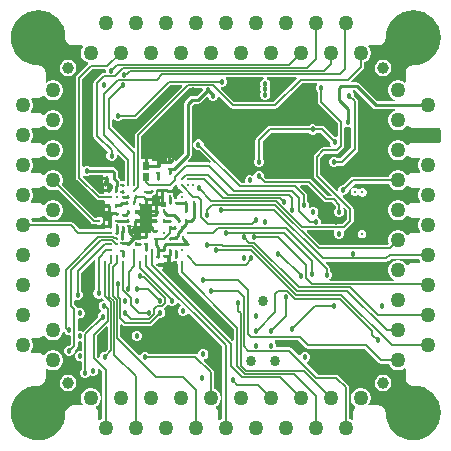
<source format=gbl>
G04*
G04 #@! TF.GenerationSoftware,Altium Limited,Altium Designer,23.0.1 (38)*
G04*
G04 Layer_Physical_Order=4*
G04 Layer_Color=11436288*
%FSLAX25Y25*%
%MOIN*%
G70*
G04*
G04 #@! TF.SameCoordinates,25558F71-17A0-4451-AE4F-E46AD001AD8B*
G04*
G04*
G04 #@! TF.FilePolarity,Positive*
G04*
G01*
G75*
%ADD10C,0.01000*%
%ADD13C,0.00800*%
%ADD15C,0.00500*%
%ADD16C,0.00700*%
%ADD30C,0.01200*%
%ADD31R,0.00984X0.01378*%
%ADD45R,0.01968X0.02559*%
%ADD79C,0.03937*%
%ADD84C,0.00500*%
%ADD85C,0.03400*%
%ADD86C,0.05000*%
%ADD87C,0.17000*%
%ADD88C,0.01800*%
%ADD90R,0.01378X0.00984*%
G36*
X136784Y143968D02*
X138499Y143448D01*
X140080Y142603D01*
X141466Y141466D01*
X142603Y140080D01*
X143448Y138499D01*
X143968Y136784D01*
X144144Y135000D01*
X143968Y133216D01*
X143448Y131501D01*
X142603Y129920D01*
X141466Y128534D01*
X140080Y127397D01*
X138499Y126552D01*
X136784Y126032D01*
X135497Y125905D01*
X135000Y125898D01*
Y125898D01*
X134044Y125708D01*
X133234Y125166D01*
X132692Y124356D01*
X132502Y123400D01*
X132533D01*
Y120287D01*
X132071Y120096D01*
X132026Y120141D01*
X131274Y120575D01*
X130434Y120800D01*
X129566D01*
X128726Y120575D01*
X127974Y120141D01*
X127359Y119526D01*
X126925Y118774D01*
X126700Y117934D01*
Y117066D01*
X126925Y116226D01*
X127359Y115474D01*
X127974Y114859D01*
X128726Y114425D01*
X129097Y114325D01*
X129032Y113826D01*
X123049D01*
X117144Y119731D01*
X116714Y120018D01*
X116207Y120119D01*
X114493D01*
X114286Y120619D01*
X118257Y124590D01*
X118257Y124590D01*
X118489Y124937D01*
X118571Y125347D01*
Y126871D01*
X118774Y126925D01*
X119526Y127359D01*
X120141Y127974D01*
X120575Y128726D01*
X120800Y129566D01*
Y130434D01*
X120575Y131274D01*
X120141Y132026D01*
X120096Y132071D01*
X120287Y132533D01*
X123400D01*
Y132502D01*
X124356Y132692D01*
X125166Y133234D01*
X125708Y134044D01*
X125898Y135000D01*
X125898D01*
X125905Y135497D01*
X126032Y136784D01*
X126552Y138499D01*
X127397Y140080D01*
X128534Y141466D01*
X129920Y142603D01*
X131501Y143448D01*
X133216Y143968D01*
X135000Y144144D01*
X136784Y143968D01*
D02*
G37*
G36*
X96173Y121315D02*
X88404Y113546D01*
X75411D01*
X70890Y118068D01*
X71097Y118568D01*
X71487D01*
X72112Y118827D01*
X72590Y119305D01*
X72849Y119930D01*
Y120606D01*
X72590Y121231D01*
X72544Y121277D01*
X72751Y121777D01*
X85091D01*
X85190Y121277D01*
X84704Y121076D01*
X84226Y120598D01*
X83967Y119973D01*
Y119297D01*
X84182Y118778D01*
X83928Y118164D01*
Y117488D01*
X84187Y116863D01*
X84206Y116844D01*
X83998Y116341D01*
Y115665D01*
X84257Y115040D01*
X84735Y114561D01*
X85360Y114303D01*
X86036D01*
X86661Y114561D01*
X87139Y115040D01*
X87398Y115665D01*
Y116341D01*
X87139Y116966D01*
X87120Y116985D01*
X87328Y117488D01*
Y118164D01*
X87113Y118684D01*
X87367Y119297D01*
Y119973D01*
X87108Y120598D01*
X86630Y121076D01*
X86145Y121277D01*
X86244Y121777D01*
X95982D01*
X96173Y121315D01*
D02*
G37*
G36*
X11784Y143968D02*
X13499Y143448D01*
X15080Y142603D01*
X16466Y141466D01*
X17603Y140080D01*
X18448Y138499D01*
X18968Y136784D01*
X19095Y135497D01*
X19102Y135000D01*
X19102D01*
X19292Y134044D01*
X19834Y133234D01*
X20644Y132692D01*
X21600Y132502D01*
Y132533D01*
X24713D01*
X24904Y132071D01*
X24859Y132026D01*
X24425Y131274D01*
X24200Y130434D01*
Y129566D01*
X24425Y128726D01*
X24859Y127974D01*
X25474Y127359D01*
X26226Y126925D01*
X26631Y126816D01*
X26717Y126630D01*
X26752Y126266D01*
X22926Y122440D01*
X22694Y122093D01*
X22613Y121683D01*
Y88409D01*
X22694Y88000D01*
X22926Y87652D01*
X29447Y81132D01*
X29447Y81132D01*
X29794Y80900D01*
X30204Y80818D01*
X31762D01*
X32208Y80689D01*
Y79500D01*
X33700D01*
Y79000D01*
X34200D01*
Y77311D01*
X34419D01*
Y76900D01*
X36108D01*
Y75900D01*
X34419D01*
Y74908D01*
X34619D01*
Y73804D01*
X34300D01*
Y72115D01*
X33800D01*
Y71615D01*
X32307D01*
Y71134D01*
X23785D01*
X21709Y73209D01*
X21362Y73441D01*
X20952Y73523D01*
X8142D01*
X8075Y73774D01*
X7641Y74526D01*
X7596Y74571D01*
X7787Y75033D01*
X10000D01*
Y75002D01*
X10956Y75192D01*
X11669Y75669D01*
X12252Y75660D01*
X12359Y75474D01*
X12974Y74859D01*
X13726Y74425D01*
X14566Y74200D01*
X15435D01*
X16274Y74425D01*
X17026Y74859D01*
X17641Y75474D01*
X18075Y76226D01*
X18300Y77065D01*
Y77934D01*
X18075Y78774D01*
X17641Y79526D01*
X17026Y80141D01*
X16274Y80575D01*
X15435Y80800D01*
X14566D01*
X13726Y80575D01*
X12974Y80141D01*
X12359Y79526D01*
X12252Y79340D01*
X11669Y79331D01*
X10956Y79808D01*
X10000Y79998D01*
Y79967D01*
X7787D01*
X7596Y80429D01*
X7641Y80474D01*
X8075Y81226D01*
X8300Y82065D01*
Y82934D01*
X8075Y83774D01*
X7641Y84526D01*
X7596Y84571D01*
X7787Y85033D01*
X10000D01*
Y85002D01*
X10956Y85192D01*
X11669Y85669D01*
X12252Y85659D01*
X12359Y85474D01*
X12974Y84859D01*
X13726Y84425D01*
X14566Y84200D01*
X15435D01*
X16274Y84425D01*
X16456Y84530D01*
X27743Y73243D01*
X28090Y73011D01*
X28500Y72929D01*
X29343D01*
X29459Y72813D01*
X29974Y72600D01*
X30531D01*
X31045Y72813D01*
X31439Y73207D01*
X31652Y73721D01*
Y74278D01*
X31439Y74793D01*
X31045Y75187D01*
X30531Y75400D01*
X29974D01*
X29459Y75187D01*
X29343Y75071D01*
X28943D01*
X17970Y86044D01*
X18075Y86226D01*
X18300Y87066D01*
Y87934D01*
X18075Y88774D01*
X17641Y89526D01*
X17026Y90141D01*
X16274Y90575D01*
X15435Y90800D01*
X14566D01*
X13726Y90575D01*
X12974Y90141D01*
X12359Y89526D01*
X12252Y89341D01*
X11669Y89331D01*
X10956Y89808D01*
X10000Y89998D01*
Y89967D01*
X7787D01*
X7596Y90429D01*
X7641Y90474D01*
X8075Y91226D01*
X8300Y92066D01*
Y92935D01*
X8075Y93774D01*
X7641Y94526D01*
X7596Y94571D01*
X7787Y95033D01*
X10000D01*
Y95002D01*
X10956Y95192D01*
X11669Y95669D01*
X12252Y95660D01*
X12359Y95474D01*
X12974Y94859D01*
X13726Y94425D01*
X14566Y94200D01*
X15435D01*
X16274Y94425D01*
X17026Y94859D01*
X17641Y95474D01*
X18075Y96226D01*
X18300Y97066D01*
Y97935D01*
X18075Y98774D01*
X17641Y99526D01*
X17026Y100141D01*
X16274Y100575D01*
X15435Y100800D01*
X14566D01*
X13726Y100575D01*
X12974Y100141D01*
X12359Y99526D01*
X12252Y99340D01*
X11669Y99331D01*
X10956Y99808D01*
X10000Y99998D01*
Y99967D01*
X7787D01*
X7596Y100429D01*
X7641Y100474D01*
X8075Y101226D01*
X8300Y102066D01*
Y102934D01*
X8075Y103774D01*
X7641Y104526D01*
X7596Y104571D01*
X7787Y105033D01*
X10000D01*
Y105002D01*
X10956Y105192D01*
X11669Y105669D01*
X12252Y105659D01*
X12359Y105474D01*
X12974Y104859D01*
X13726Y104425D01*
X14566Y104200D01*
X15435D01*
X16274Y104425D01*
X17026Y104859D01*
X17641Y105474D01*
X18075Y106226D01*
X18300Y107066D01*
Y107934D01*
X18075Y108774D01*
X17641Y109526D01*
X17026Y110141D01*
X16274Y110575D01*
X15435Y110800D01*
X14566D01*
X13726Y110575D01*
X12974Y110141D01*
X12359Y109526D01*
X12252Y109341D01*
X11669Y109331D01*
X10956Y109808D01*
X10000Y109998D01*
Y109967D01*
X7787D01*
X7596Y110429D01*
X7641Y110474D01*
X8075Y111226D01*
X8300Y112066D01*
Y112934D01*
X8075Y113774D01*
X7641Y114526D01*
X7596Y114571D01*
X7787Y115033D01*
X10000D01*
Y115002D01*
X10956Y115192D01*
X11669Y115669D01*
X12252Y115659D01*
X12359Y115474D01*
X12974Y114859D01*
X13726Y114425D01*
X14566Y114200D01*
X15435D01*
X16274Y114425D01*
X17026Y114859D01*
X17641Y115474D01*
X18075Y116226D01*
X18300Y117066D01*
Y117934D01*
X18075Y118774D01*
X17641Y119526D01*
X17026Y120141D01*
X16274Y120575D01*
X15435Y120800D01*
X14566D01*
X13726Y120575D01*
X12974Y120141D01*
X12929Y120096D01*
X12467Y120287D01*
Y123400D01*
X12498D01*
X12308Y124356D01*
X11766Y125166D01*
X10956Y125708D01*
X10000Y125898D01*
Y125898D01*
X9503Y125905D01*
X8216Y126032D01*
X6501Y126552D01*
X4920Y127397D01*
X3534Y128534D01*
X2397Y129920D01*
X1552Y131501D01*
X1032Y133216D01*
X856Y135000D01*
X1032Y136784D01*
X1552Y138499D01*
X2397Y140080D01*
X3534Y141466D01*
X4920Y142603D01*
X6501Y143448D01*
X8216Y143968D01*
X10000Y144144D01*
X11784Y143968D01*
D02*
G37*
G36*
X103039Y119529D02*
X102786Y119276D01*
X102527Y118651D01*
Y117975D01*
X102786Y117350D01*
X103156Y116980D01*
Y113554D01*
X103238Y113144D01*
X103470Y112797D01*
X109929Y106337D01*
Y102240D01*
X109429Y101906D01*
X109169Y102014D01*
X108861D01*
X105550Y105325D01*
X105153Y105590D01*
X104685Y105684D01*
X102628D01*
X102411Y105901D01*
X101786Y106160D01*
X101110D01*
X100485Y105901D01*
X100267Y105684D01*
X87162D01*
X86693Y105590D01*
X86296Y105325D01*
X82735Y101763D01*
X82470Y101367D01*
X82376Y100898D01*
Y94810D01*
X82159Y94593D01*
X81900Y93968D01*
Y93292D01*
X82159Y92667D01*
X82637Y92189D01*
X83262Y91930D01*
X83938D01*
X84563Y92189D01*
X85041Y92667D01*
X85300Y93292D01*
Y93968D01*
X85041Y94593D01*
X84824Y94810D01*
Y100392D01*
X87668Y103236D01*
X100267D01*
X100485Y103019D01*
X101110Y102760D01*
X101786D01*
X102411Y103019D01*
X102628Y103236D01*
X104178D01*
X107131Y100283D01*
Y99975D01*
X107390Y99351D01*
X107731Y99009D01*
X107538Y98509D01*
X105049D01*
X105049Y98509D01*
X104639Y98428D01*
X104292Y98196D01*
X104292Y98195D01*
X102260Y96163D01*
X102027Y95816D01*
X101946Y95406D01*
Y89042D01*
X102027Y88632D01*
X102260Y88284D01*
X107804Y82740D01*
X107612Y82278D01*
X106533D01*
X101154Y87657D01*
X100807Y87889D01*
X100397Y87971D01*
X86003D01*
X85334Y88640D01*
Y89164D01*
X85075Y89789D01*
X84597Y90267D01*
X83972Y90526D01*
X83296D01*
X82671Y90267D01*
X82193Y89789D01*
X81934Y89164D01*
Y89160D01*
X81434Y88936D01*
X80930Y89145D01*
X80253D01*
X79628Y88886D01*
X79150Y88408D01*
X78891Y87783D01*
Y87107D01*
X78921Y87035D01*
X78644Y86619D01*
X77738D01*
X65137Y99221D01*
Y99745D01*
X64878Y100369D01*
X64400Y100848D01*
X63775Y101107D01*
X63099D01*
X62474Y100848D01*
X61996Y100369D01*
X61737Y99745D01*
Y99068D01*
X61996Y98444D01*
X62474Y97965D01*
X63099Y97707D01*
X63623D01*
X67489Y93840D01*
X67417Y93686D01*
X67194Y93427D01*
X66838Y93498D01*
X60012D01*
X59805Y93998D01*
X60717Y94910D01*
X61004Y95340D01*
X61105Y95847D01*
Y112231D01*
X61904Y113029D01*
X63335D01*
X63842Y113130D01*
X64272Y113417D01*
X66100Y115246D01*
X66671Y115110D01*
X66821Y114748D01*
X67299Y114270D01*
X67924Y114011D01*
X68600D01*
X69225Y114270D01*
X69703Y114748D01*
X69929Y115294D01*
X70424Y115506D01*
X74211Y111719D01*
X74558Y111486D01*
X74968Y111405D01*
X88848D01*
X89257Y111486D01*
X89605Y111719D01*
X97916Y120029D01*
X102832D01*
X103039Y119529D01*
D02*
G37*
G36*
X57984Y118765D02*
X42609Y103391D01*
X42377Y103044D01*
X42296Y102634D01*
Y98544D01*
X41834Y98353D01*
X34771Y105416D01*
Y107771D01*
X34977Y107873D01*
X35271Y107924D01*
X35687Y107508D01*
X36312Y107249D01*
X36988D01*
X37613Y107508D01*
X37983Y107879D01*
X42338D01*
X42747Y107960D01*
X43095Y108193D01*
X54130Y119228D01*
X57792D01*
X57984Y118765D01*
D02*
G37*
G36*
X121563Y111563D02*
X121993Y111275D01*
X122500Y111174D01*
X129032D01*
X129097Y110675D01*
X128726Y110575D01*
X127974Y110141D01*
X127359Y109526D01*
X126925Y108774D01*
X126700Y107934D01*
Y107066D01*
X126925Y106226D01*
X127359Y105474D01*
X127974Y104859D01*
X128726Y104425D01*
X129566Y104200D01*
X130434D01*
X131274Y104425D01*
X132026Y104859D01*
X132641Y105474D01*
X132748Y105659D01*
X133331Y105669D01*
X134044Y105192D01*
X135000Y105002D01*
Y105033D01*
X143400D01*
Y105014D01*
X143673Y104959D01*
X143905Y104805D01*
X144059Y104573D01*
X144114Y104300D01*
X144133D01*
Y100700D01*
X144114D01*
X144059Y100427D01*
X143905Y100195D01*
X143673Y100041D01*
X143400Y99986D01*
Y99967D01*
X135000D01*
Y99998D01*
X134044Y99808D01*
X133331Y99331D01*
X132748Y99340D01*
X132641Y99526D01*
X132026Y100141D01*
X131274Y100575D01*
X130434Y100800D01*
X129566D01*
X128726Y100575D01*
X127974Y100141D01*
X127359Y99526D01*
X126925Y98774D01*
X126700Y97935D01*
Y97066D01*
X126925Y96226D01*
X127359Y95474D01*
X127974Y94859D01*
X128726Y94425D01*
X129566Y94200D01*
X130434D01*
X131274Y94425D01*
X132026Y94859D01*
X132641Y95474D01*
X132748Y95660D01*
X133331Y95669D01*
X134044Y95192D01*
X135000Y95002D01*
Y95033D01*
X137213D01*
X137405Y94571D01*
X137359Y94526D01*
X136925Y93774D01*
X136700Y92935D01*
Y92066D01*
X136925Y91226D01*
X137359Y90474D01*
X137405Y90429D01*
X137213Y89967D01*
X135000D01*
Y89998D01*
X134044Y89808D01*
X133331Y89331D01*
X132748Y89341D01*
X132641Y89526D01*
X132026Y90141D01*
X131274Y90575D01*
X130434Y90800D01*
X129566D01*
X128726Y90575D01*
X127974Y90141D01*
X127359Y89526D01*
X126925Y88774D01*
X126911Y88723D01*
X114950D01*
X114482Y88630D01*
X114085Y88365D01*
X111722Y86002D01*
X111414D01*
X110789Y85743D01*
X110311Y85265D01*
X110052Y84640D01*
Y84227D01*
X109552Y84020D01*
X104087Y89485D01*
Y94963D01*
X105492Y96368D01*
X109539D01*
X109948Y96450D01*
X110296Y96681D01*
X111757Y98143D01*
X111989Y98490D01*
X112071Y98900D01*
Y104961D01*
X112571Y105264D01*
X112939Y105111D01*
X113616D01*
X113777Y105178D01*
X114277Y104844D01*
Y98407D01*
X110648Y94778D01*
X109913D01*
X109696Y94996D01*
X109071Y95254D01*
X108395D01*
X107770Y94996D01*
X107291Y94517D01*
X107033Y93893D01*
Y93216D01*
X107291Y92592D01*
X107770Y92113D01*
X108395Y91855D01*
X109071D01*
X109696Y92113D01*
X109913Y92331D01*
X111154D01*
X111623Y92424D01*
X112020Y92689D01*
X116365Y97035D01*
X116630Y97432D01*
X116724Y97900D01*
Y113878D01*
X116630Y114346D01*
X116365Y114743D01*
X115367Y115742D01*
Y116050D01*
X115108Y116674D01*
X114814Y116968D01*
X115021Y117468D01*
X115657D01*
X121563Y111563D01*
D02*
G37*
G36*
X64802Y117697D02*
X62785Y115680D01*
X61355D01*
X60848Y115579D01*
X60417Y115292D01*
X58842Y113717D01*
X58555Y113287D01*
X58454Y112779D01*
Y96396D01*
X55951Y93893D01*
X55489Y94085D01*
Y95098D01*
X54300D01*
Y93606D01*
X53300D01*
Y95098D01*
X52111D01*
Y93894D01*
X51646Y93810D01*
Y93810D01*
X50457D01*
Y92318D01*
X49457D01*
Y93810D01*
X48268D01*
X47984Y94193D01*
Y94685D01*
X46500D01*
Y92406D01*
X45500D01*
Y94685D01*
X44437D01*
Y102191D01*
X60443Y118197D01*
X64618D01*
X64802Y117697D01*
D02*
G37*
G36*
X31497Y88673D02*
X32989D01*
Y88173D01*
X33489D01*
Y86484D01*
X34361D01*
X34666Y86075D01*
X34532Y85689D01*
X34041D01*
Y84000D01*
X33541D01*
Y83500D01*
X32049D01*
Y82960D01*
X30647D01*
X24984Y88623D01*
X25019Y88804D01*
X25089Y88874D01*
X25579Y89071D01*
X25998Y88898D01*
X26674D01*
X27299Y89157D01*
X27415Y89272D01*
X31497D01*
Y88673D01*
D02*
G37*
G36*
X32451Y124286D02*
Y123610D01*
X32289Y123369D01*
X31838D01*
X31428Y123287D01*
X31081Y123055D01*
X28730Y120705D01*
X28498Y120358D01*
X28417Y119948D01*
Y102398D01*
X28498Y101989D01*
X28730Y101641D01*
X33367Y97005D01*
X33006Y96644D01*
X32747Y96019D01*
Y95343D01*
X33006Y94718D01*
X33484Y94240D01*
X34109Y93981D01*
X34785D01*
X35410Y94240D01*
X35888Y94718D01*
X36147Y95343D01*
Y96019D01*
X36114Y96099D01*
X36538Y96382D01*
X39024Y93896D01*
Y87264D01*
X38279D01*
X38071Y87305D01*
X37918Y87274D01*
X37419Y87392D01*
X37344Y87769D01*
X37056Y88199D01*
X36714Y88541D01*
Y90012D01*
X36614Y90519D01*
X36326Y90949D01*
X35740Y91535D01*
X35310Y91822D01*
X34803Y91923D01*
X27415D01*
X27299Y92039D01*
X26674Y92298D01*
X25998D01*
X25373Y92039D01*
X25254Y91920D01*
X24754Y92127D01*
Y121240D01*
X28043Y124529D01*
X32288D01*
X32451Y124286D01*
D02*
G37*
G36*
X56104Y86181D02*
X56411Y85983D01*
Y85532D01*
X56624Y85018D01*
X57018Y84624D01*
X57533Y84411D01*
X57697D01*
X58437Y83671D01*
X58153Y83248D01*
X58090Y83274D01*
X57533D01*
X57018Y83061D01*
X56624Y82667D01*
X56411Y82152D01*
Y81727D01*
X56239Y81477D01*
X55990Y81305D01*
X55564D01*
X55541Y81296D01*
X55125Y81574D01*
Y81900D01*
X55092Y82068D01*
Y83389D01*
X52892D01*
Y83589D01*
X51900D01*
Y81900D01*
Y80211D01*
X52012D01*
X52474Y80184D01*
Y79627D01*
X52656Y79189D01*
X52535Y78886D01*
X52403Y78689D01*
X50992D01*
Y78889D01*
X50000D01*
Y77200D01*
X49500D01*
Y76700D01*
X48008D01*
Y75789D01*
X47908D01*
Y74600D01*
X49400D01*
Y73600D01*
X47908D01*
Y72411D01*
X47908D01*
X47771Y71968D01*
X47559D01*
Y70018D01*
X46500D01*
Y68526D01*
X46000D01*
Y68026D01*
X44311D01*
Y67527D01*
X44310Y67526D01*
X43792D01*
Y67689D01*
X41592D01*
Y67889D01*
X40293D01*
X40279Y67911D01*
X40553Y68411D01*
X41992D01*
Y69600D01*
X40500D01*
Y70100D01*
X40000D01*
Y71789D01*
X39526D01*
Y72310D01*
X39727Y72611D01*
X41008D01*
Y72411D01*
X42000D01*
Y74100D01*
X42500D01*
Y74600D01*
X43992D01*
Y75411D01*
Y76600D01*
X42500D01*
Y77600D01*
X43992D01*
Y78789D01*
X43592D01*
Y79968D01*
X43658Y80035D01*
X43911Y80189D01*
X44411Y79953D01*
Y79708D01*
X45600D01*
Y81200D01*
X46100D01*
Y81700D01*
X47789D01*
Y82318D01*
X48036Y82368D01*
X48148Y82442D01*
X48247D01*
X48761Y82656D01*
X49155Y83049D01*
X49369Y83564D01*
Y84121D01*
X49361Y84139D01*
X49695Y84639D01*
X53067D01*
X53081Y84624D01*
X53596Y84411D01*
X54153D01*
X54667Y84624D01*
X55061Y85018D01*
X55274Y85532D01*
Y85553D01*
X55949Y86228D01*
X56104Y86181D01*
D02*
G37*
G36*
X126925Y86226D02*
X127359Y85474D01*
X127974Y84859D01*
X128726Y84425D01*
X129566Y84200D01*
X130434D01*
X131274Y84425D01*
X132026Y84859D01*
X132641Y85474D01*
X132748Y85659D01*
X133331Y85669D01*
X134044Y85192D01*
X135000Y85002D01*
Y85033D01*
X137213D01*
X137405Y84571D01*
X137359Y84526D01*
X136925Y83774D01*
X136700Y82934D01*
Y82065D01*
X136925Y81226D01*
X137359Y80474D01*
X137405Y80429D01*
X137213Y79967D01*
X135000D01*
Y79998D01*
X134044Y79808D01*
X133331Y79331D01*
X132748Y79340D01*
X132641Y79526D01*
X132026Y80141D01*
X131274Y80575D01*
X130434Y80800D01*
X129566D01*
X128726Y80575D01*
X127974Y80141D01*
X127359Y79526D01*
X126925Y78774D01*
X126700Y77934D01*
Y77065D01*
X126925Y76226D01*
X127359Y75474D01*
X127974Y74859D01*
X128726Y74425D01*
X129566Y74200D01*
X130434D01*
X131274Y74425D01*
X132026Y74859D01*
X132641Y75474D01*
X132748Y75660D01*
X133331Y75669D01*
X134044Y75192D01*
X135000Y75002D01*
Y75033D01*
X137213D01*
X137405Y74571D01*
X137359Y74526D01*
X136925Y73774D01*
X136700Y72935D01*
Y72066D01*
X136925Y71226D01*
X137359Y70474D01*
X137405Y70429D01*
X137213Y69967D01*
X135000D01*
Y69998D01*
X134044Y69808D01*
X133331Y69331D01*
X132748Y69340D01*
X132641Y69526D01*
X132026Y70141D01*
X131274Y70575D01*
X130434Y70800D01*
X129566D01*
X128726Y70575D01*
X127974Y70141D01*
X127359Y69526D01*
X126925Y68774D01*
X126700Y67935D01*
Y67066D01*
X126859Y66471D01*
X126566Y66013D01*
X126495Y65971D01*
X103891D01*
X99502Y70359D01*
X99694Y70821D01*
X108466D01*
X108764Y70321D01*
X108607Y69943D01*
Y69267D01*
X108866Y68642D01*
X109344Y68164D01*
X109969Y67905D01*
X110646D01*
X111270Y68164D01*
X111749Y68642D01*
X112007Y69267D01*
Y69943D01*
X111851Y70321D01*
X111903Y70506D01*
X112117Y70837D01*
X112132Y70849D01*
X112403Y70903D01*
X112750Y71135D01*
X114858Y73243D01*
X114858Y73243D01*
X115090Y73590D01*
X115172Y74000D01*
X115172Y74000D01*
Y77957D01*
X115090Y78367D01*
X114858Y78714D01*
X111470Y82102D01*
X111677Y82602D01*
X112090D01*
X112715Y82861D01*
X113193Y83339D01*
X113452Y83964D01*
Y84272D01*
X115457Y86277D01*
X126911D01*
X126925Y86226D01*
D02*
G37*
G36*
X105332Y80451D02*
X105680Y80219D01*
X106089Y80137D01*
X106089Y80137D01*
X108073D01*
X109310Y78901D01*
Y78267D01*
X108939Y77896D01*
X108680Y77272D01*
Y76595D01*
X108939Y75971D01*
X109417Y75492D01*
X110042Y75234D01*
X110718D01*
X111343Y75492D01*
X111821Y75971D01*
X112080Y76595D01*
Y77272D01*
X111821Y77896D01*
X111711Y78007D01*
X111731Y78106D01*
X112274Y78271D01*
X113031Y77513D01*
Y74443D01*
X111550Y72962D01*
X104425D01*
X104200Y73299D01*
Y73975D01*
X103941Y74600D01*
X103463Y75078D01*
X103111Y75224D01*
X102979Y75799D01*
X103151Y75971D01*
X103410Y76595D01*
Y77272D01*
X103151Y77896D01*
X102673Y78375D01*
X102048Y78633D01*
X101372D01*
X100747Y78375D01*
X100599Y78227D01*
X100175Y78510D01*
X100331Y78887D01*
Y79563D01*
X100072Y80188D01*
X99702Y80559D01*
Y82606D01*
X99620Y83015D01*
X99388Y83363D01*
X99388Y83363D01*
X97383Y85368D01*
X97575Y85829D01*
X99954D01*
X105332Y80451D01*
D02*
G37*
G36*
X136925Y61226D02*
X137359Y60474D01*
X137405Y60429D01*
X137213Y59967D01*
X135000D01*
Y59998D01*
X134044Y59808D01*
X133331Y59331D01*
X132748Y59341D01*
X132641Y59526D01*
X132026Y60141D01*
X131274Y60575D01*
X130434Y60800D01*
X129566D01*
X128726Y60575D01*
X127974Y60141D01*
X127359Y59526D01*
X126925Y58774D01*
X126700Y57934D01*
Y57065D01*
X126925Y56226D01*
X127359Y55474D01*
X127974Y54859D01*
X128726Y54425D01*
X128613Y53938D01*
X107163D01*
X107064Y54438D01*
X107235Y54508D01*
X107713Y54987D01*
X107972Y55611D01*
Y56288D01*
X107713Y56913D01*
X107343Y57283D01*
Y57912D01*
X107261Y58322D01*
X107029Y58669D01*
X105781Y59917D01*
X105972Y60379D01*
X126074D01*
X126484Y60461D01*
X126831Y60693D01*
X127568Y61429D01*
X136871D01*
X136925Y61226D01*
D02*
G37*
G36*
X29048Y60880D02*
Y51133D01*
X28677Y50762D01*
X28418Y50137D01*
Y49461D01*
X28677Y48836D01*
X29155Y48358D01*
X29780Y48099D01*
X30456D01*
X31081Y48358D01*
X31464Y48079D01*
X31842Y47700D01*
X31635Y47200D01*
X31503D01*
X30878Y46941D01*
X30400Y46463D01*
X30141Y45838D01*
Y45162D01*
X30400Y44537D01*
X30817Y44120D01*
X30821Y43787D01*
X30774Y43561D01*
X30525Y43457D01*
X30046Y42979D01*
X29788Y42354D01*
Y41830D01*
X24937Y36980D01*
X24913Y37004D01*
X24288Y37263D01*
X23612D01*
X23572Y37246D01*
X23156Y37524D01*
Y41187D01*
X23572Y41465D01*
X23633Y41439D01*
X24310D01*
X24935Y41698D01*
X25413Y42176D01*
X25672Y42801D01*
Y43477D01*
X25413Y44102D01*
X24935Y44580D01*
X24310Y44839D01*
X23633D01*
X23518Y44791D01*
X23077Y45027D01*
X23074Y45043D01*
X22842Y45391D01*
X22071Y46162D01*
Y47411D01*
X22571Y47745D01*
X22796Y47651D01*
X23472D01*
X24097Y47910D01*
X24575Y48388D01*
X24834Y49013D01*
Y49689D01*
X24575Y50314D01*
X24205Y50685D01*
Y56691D01*
X28585Y61071D01*
X29048Y60880D01*
D02*
G37*
G36*
X57518Y45934D02*
X57429Y45469D01*
X56952Y44993D01*
X56693Y44368D01*
Y43691D01*
X56952Y43067D01*
X57430Y42588D01*
X58055Y42329D01*
X58731D01*
X59356Y42588D01*
X59834Y43067D01*
X60294Y43158D01*
X71429Y32023D01*
Y8130D01*
X71226Y8075D01*
X70474Y7641D01*
X70429Y7596D01*
X69967Y7787D01*
Y10000D01*
X69998D01*
X69808Y10956D01*
X69331Y11669D01*
X69340Y12252D01*
X69526Y12359D01*
X70141Y12974D01*
X70575Y13726D01*
X70800Y14566D01*
Y15435D01*
X70575Y16274D01*
X70141Y17026D01*
X69526Y17641D01*
X68774Y18075D01*
X68571Y18130D01*
Y23459D01*
X68571Y23459D01*
X68489Y23868D01*
X68257Y24216D01*
X65135Y27338D01*
X65326Y27800D01*
X65338D01*
X65963Y28059D01*
X66441Y28537D01*
X66700Y29162D01*
Y29838D01*
X66441Y30463D01*
X65963Y30941D01*
X65338Y31200D01*
X64662D01*
X64037Y30941D01*
X63559Y30463D01*
X63300Y29838D01*
X62800Y29571D01*
X62759Y29598D01*
X62350Y29680D01*
X46801D01*
X46542Y29939D01*
X45917Y30198D01*
X45241D01*
X44616Y29939D01*
X44138Y29461D01*
X44053Y29256D01*
X43563Y29158D01*
X37334Y35387D01*
Y39403D01*
X37796Y39595D01*
X38247Y39143D01*
X38595Y38911D01*
X39004Y38829D01*
X47224D01*
X47634Y38911D01*
X47981Y39143D01*
X50538Y41700D01*
X51063D01*
X51687Y41959D01*
X52166Y42437D01*
X52424Y43062D01*
Y43738D01*
X52166Y44363D01*
X51962Y44567D01*
X51983Y44785D01*
X53131Y45934D01*
X53139Y45945D01*
X53637Y45994D01*
X53698Y45933D01*
X54323Y45674D01*
X55000D01*
X55624Y45933D01*
X56103Y46411D01*
X56170Y46575D01*
X56760Y46692D01*
X57518Y45934D01*
D02*
G37*
G36*
X18791Y37044D02*
X18987Y36571D01*
X19465Y36093D01*
X20090Y35834D01*
X20766D01*
X21015Y35669D01*
Y32807D01*
X20614Y32407D01*
X20090D01*
X19465Y32148D01*
X18987Y31670D01*
X18728Y31045D01*
Y30369D01*
X18987Y29744D01*
X19465Y29266D01*
X20090Y29007D01*
X20766D01*
X21391Y29266D01*
X21869Y29744D01*
X22128Y30369D01*
Y30893D01*
X22842Y31607D01*
X23074Y31954D01*
X23156Y32364D01*
Y33602D01*
X23572Y33880D01*
X23612Y33863D01*
X24288D01*
X24529Y33702D01*
Y30736D01*
X24288Y30575D01*
X23612D01*
X22987Y30316D01*
X22509Y29838D01*
X22250Y29213D01*
Y28536D01*
X22509Y27912D01*
X22987Y27433D01*
X23612Y27175D01*
X24288D01*
X24529Y27013D01*
Y24634D01*
X24159Y24263D01*
X23900Y23638D01*
Y22962D01*
X24159Y22337D01*
X24637Y21859D01*
X25262Y21600D01*
X25938D01*
X26563Y21859D01*
X27041Y22337D01*
X27060Y22382D01*
X27675Y22560D01*
X28062Y22400D01*
X28738D01*
X29363Y22659D01*
X29841Y23137D01*
X30100Y23762D01*
Y24438D01*
X30088Y24468D01*
X30512Y24751D01*
X31429Y23833D01*
Y8130D01*
X31226Y8075D01*
X30474Y7641D01*
X30429Y7596D01*
X29967Y7787D01*
Y10000D01*
X29998D01*
X29808Y10956D01*
X29331Y11669D01*
X29340Y12252D01*
X29526Y12359D01*
X30141Y12974D01*
X30575Y13726D01*
X30800Y14566D01*
Y15435D01*
X30575Y16274D01*
X30141Y17026D01*
X29526Y17641D01*
X28774Y18075D01*
X27934Y18300D01*
X27066D01*
X26226Y18075D01*
X25474Y17641D01*
X24859Y17026D01*
X24425Y16274D01*
X24200Y15435D01*
Y14566D01*
X24425Y13726D01*
X24859Y12974D01*
X24904Y12929D01*
X24713Y12467D01*
X21600D01*
Y12498D01*
X20644Y12308D01*
X19834Y11766D01*
X19292Y10956D01*
X19102Y10000D01*
X19102D01*
X19095Y9503D01*
X18968Y8216D01*
X18448Y6501D01*
X17603Y4920D01*
X16466Y3534D01*
X15080Y2397D01*
X13499Y1552D01*
X11784Y1032D01*
X10000Y856D01*
X8216Y1032D01*
X6501Y1552D01*
X4920Y2397D01*
X3534Y3534D01*
X2397Y4920D01*
X1552Y6501D01*
X1032Y8216D01*
X856Y10000D01*
X1032Y11784D01*
X1552Y13499D01*
X2397Y15080D01*
X3534Y16466D01*
X4920Y17603D01*
X6501Y18448D01*
X8216Y18968D01*
X9503Y19095D01*
X10000Y19102D01*
Y19102D01*
X10956Y19292D01*
X11766Y19834D01*
X12308Y20644D01*
X12498Y21600D01*
X12467D01*
Y24713D01*
X12929Y24904D01*
X12974Y24859D01*
X13726Y24425D01*
X14566Y24200D01*
X15435D01*
X16274Y24425D01*
X17026Y24859D01*
X17641Y25474D01*
X18075Y26226D01*
X18300Y27066D01*
Y27934D01*
X18075Y28774D01*
X17641Y29526D01*
X17026Y30141D01*
X16274Y30575D01*
X15435Y30800D01*
X14566D01*
X13726Y30575D01*
X12974Y30141D01*
X12359Y29526D01*
X12252Y29340D01*
X11669Y29331D01*
X10956Y29808D01*
X10000Y29998D01*
Y29967D01*
X7787D01*
X7596Y30429D01*
X7641Y30474D01*
X8075Y31226D01*
X8300Y32066D01*
Y32934D01*
X8075Y33774D01*
X7641Y34526D01*
X7596Y34571D01*
X7787Y35033D01*
X10000D01*
Y35002D01*
X10956Y35192D01*
X11669Y35669D01*
X12252Y35660D01*
X12359Y35474D01*
X12974Y34859D01*
X13726Y34425D01*
X14566Y34200D01*
X15435D01*
X16274Y34425D01*
X17026Y34859D01*
X17641Y35474D01*
X18075Y36226D01*
X18277Y36979D01*
X18530Y37056D01*
X18791Y37044D01*
D02*
G37*
G36*
X54060Y60303D02*
X55052D01*
Y60503D01*
X56397D01*
X56399Y60499D01*
Y59942D01*
X56612Y59427D01*
X56729Y59311D01*
Y56901D01*
X56810Y56491D01*
X57042Y56144D01*
X75260Y37926D01*
Y34119D01*
X74760Y33912D01*
X51226Y57446D01*
X51418Y57908D01*
X51689D01*
Y58900D01*
X50000D01*
Y59900D01*
X51689D01*
Y60010D01*
X52068Y60303D01*
X53060D01*
Y61992D01*
X54060D01*
Y60303D01*
D02*
G37*
G36*
X33193Y38603D02*
Y31269D01*
X32296Y30372D01*
X31856D01*
X31231Y30113D01*
X30753Y29635D01*
X30494Y29010D01*
Y28504D01*
X30021Y28270D01*
X29558Y28733D01*
Y35622D01*
X32731Y38794D01*
X33193Y38603D01*
D02*
G37*
G36*
X99128Y31743D02*
X99475Y31511D01*
X99885Y31429D01*
X99885Y31429D01*
X118779D01*
X123465Y26743D01*
X123813Y26511D01*
X124222Y26429D01*
X124223Y26429D01*
X126871D01*
X126925Y26226D01*
X127359Y25474D01*
X127974Y24859D01*
X128726Y24425D01*
X129566Y24200D01*
X130434D01*
X131274Y24425D01*
X132026Y24859D01*
X132071Y24904D01*
X132533Y24713D01*
Y21600D01*
X132502D01*
X132692Y20644D01*
X133234Y19834D01*
X134044Y19292D01*
X135000Y19102D01*
Y19102D01*
X135497Y19095D01*
X136784Y18968D01*
X138499Y18448D01*
X140080Y17603D01*
X141466Y16466D01*
X142603Y15080D01*
X143448Y13499D01*
X143968Y11784D01*
X144144Y10000D01*
X143968Y8216D01*
X143448Y6501D01*
X142603Y4920D01*
X141466Y3534D01*
X140080Y2397D01*
X138499Y1552D01*
X136784Y1032D01*
X135000Y856D01*
X133216Y1032D01*
X131501Y1552D01*
X129920Y2397D01*
X128534Y3534D01*
X127397Y4920D01*
X126552Y6501D01*
X126032Y8216D01*
X125905Y9503D01*
X125898Y10000D01*
X125898D01*
X125708Y10956D01*
X125166Y11766D01*
X124356Y12308D01*
X123400Y12498D01*
Y12467D01*
X120287D01*
X120096Y12929D01*
X120141Y12974D01*
X120575Y13726D01*
X120800Y14566D01*
Y15435D01*
X120575Y16274D01*
X120141Y17026D01*
X119526Y17641D01*
X118774Y18075D01*
X117934Y18300D01*
X117066D01*
X116226Y18075D01*
X115474Y17641D01*
X114859Y17026D01*
X114425Y16274D01*
X114200Y15435D01*
Y14566D01*
X114425Y13726D01*
X114859Y12974D01*
X115474Y12359D01*
X115659Y12252D01*
X115669Y11669D01*
X115192Y10956D01*
X115002Y10000D01*
X115033D01*
Y7787D01*
X114571Y7596D01*
X114526Y7641D01*
X113774Y8075D01*
X113571Y8130D01*
Y18441D01*
X113571Y18441D01*
X113489Y18851D01*
X113257Y19198D01*
X113257Y19198D01*
X110007Y22448D01*
X109659Y22681D01*
X109250Y22762D01*
X103187D01*
X99492Y26456D01*
X99610Y27046D01*
X99904Y27168D01*
X100382Y27646D01*
X100641Y28271D01*
Y28947D01*
X100382Y29572D01*
X99904Y30050D01*
X99279Y30309D01*
X98603D01*
X97978Y30050D01*
X97500Y29572D01*
X97378Y29278D01*
X96788Y29160D01*
X94484Y31464D01*
X94137Y31696D01*
X93727Y31778D01*
X89500D01*
X89300Y32077D01*
Y32753D01*
X89041Y33378D01*
X88814Y33605D01*
X89021Y34105D01*
X96766D01*
X99128Y31743D01*
D02*
G37*
%LPC*%
G36*
X125364Y127769D02*
X124636D01*
X123931Y127580D01*
X123300Y127215D01*
X122785Y126700D01*
X122420Y126069D01*
X122231Y125364D01*
Y124636D01*
X122420Y123931D01*
X122785Y123300D01*
X123300Y122785D01*
X123931Y122420D01*
X124636Y122231D01*
X125364D01*
X126069Y122420D01*
X126700Y122785D01*
X127215Y123300D01*
X127580Y123931D01*
X127769Y124636D01*
Y125364D01*
X127580Y126069D01*
X127215Y126700D01*
X126700Y127215D01*
X126069Y127580D01*
X125364Y127769D01*
D02*
G37*
G36*
X20365D02*
X19636D01*
X18931Y127580D01*
X18300Y127215D01*
X17785Y126700D01*
X17420Y126069D01*
X17232Y125364D01*
Y124636D01*
X17420Y123931D01*
X17785Y123300D01*
X18300Y122785D01*
X18931Y122420D01*
X19636Y122231D01*
X20365D01*
X21069Y122420D01*
X21700Y122785D01*
X22215Y123300D01*
X22580Y123931D01*
X22769Y124636D01*
Y125364D01*
X22580Y126069D01*
X22215Y126700D01*
X21700Y127215D01*
X21069Y127580D01*
X20365Y127769D01*
D02*
G37*
G36*
X33200Y78500D02*
X32208D01*
Y77311D01*
X33200D01*
Y78500D01*
D02*
G37*
G36*
X33300Y73804D02*
X32307D01*
Y72615D01*
X33300D01*
Y73804D01*
D02*
G37*
G36*
X32489Y87673D02*
X31497D01*
Y86484D01*
X32489D01*
Y87673D01*
D02*
G37*
G36*
X33041Y85689D02*
X32049D01*
Y84500D01*
X33041D01*
Y85689D01*
D02*
G37*
G36*
X50900Y83589D02*
X49908D01*
Y82400D01*
X50900D01*
Y83589D01*
D02*
G37*
G36*
Y81400D02*
X49908D01*
Y80211D01*
X50900D01*
Y81400D01*
D02*
G37*
G36*
X47789Y80700D02*
X46600D01*
Y79708D01*
X47789D01*
Y80700D01*
D02*
G37*
G36*
X49000Y78889D02*
X48008D01*
Y77700D01*
X49000D01*
Y78889D01*
D02*
G37*
G36*
X43992Y73600D02*
X43000D01*
Y72411D01*
X43992D01*
Y73600D01*
D02*
G37*
G36*
X41992Y71789D02*
X41000D01*
Y70600D01*
X41992D01*
Y71789D01*
D02*
G37*
G36*
X45500Y70018D02*
X44311D01*
Y69026D01*
X45500D01*
Y70018D01*
D02*
G37*
G36*
X115823Y85032D02*
X115267D01*
X114752Y84819D01*
X114358Y84425D01*
X114145Y83911D01*
Y83354D01*
X114358Y82840D01*
X114752Y82446D01*
X115267Y82232D01*
X115823D01*
X116338Y82446D01*
X116439Y82547D01*
X116893Y82702D01*
X117084Y82538D01*
X117307Y82315D01*
X117822Y82102D01*
X118378D01*
X118893Y82315D01*
X119287Y82709D01*
X119500Y83223D01*
Y83780D01*
X119287Y84295D01*
X118893Y84689D01*
X118378Y84902D01*
X117822D01*
X117307Y84689D01*
X117206Y84588D01*
X116752Y84433D01*
X116561Y84596D01*
X116338Y84819D01*
X115823Y85032D01*
D02*
G37*
G36*
X118217Y71005D02*
X117660D01*
X117145Y70792D01*
X116751Y70398D01*
X116538Y69883D01*
Y69326D01*
X116751Y68812D01*
X117145Y68418D01*
X117660Y68205D01*
X118217D01*
X118731Y68418D01*
X119125Y68812D01*
X119338Y69326D01*
Y69883D01*
X119125Y70398D01*
X118731Y70792D01*
X118217Y71005D01*
D02*
G37*
G36*
X43189Y37263D02*
X42512D01*
X41887Y37004D01*
X41409Y36526D01*
X41150Y35901D01*
Y35225D01*
X41409Y34600D01*
X41887Y34122D01*
X42512Y33863D01*
X43189D01*
X43813Y34122D01*
X44292Y34600D01*
X44550Y35225D01*
Y35901D01*
X44292Y36526D01*
X43813Y37004D01*
X43189Y37263D01*
D02*
G37*
G36*
X20365Y22769D02*
X19636D01*
X18931Y22580D01*
X18300Y22215D01*
X17785Y21700D01*
X17420Y21069D01*
X17232Y20365D01*
Y19636D01*
X17420Y18931D01*
X17785Y18300D01*
X18300Y17785D01*
X18931Y17420D01*
X19636Y17232D01*
X20365D01*
X21069Y17420D01*
X21700Y17785D01*
X22215Y18300D01*
X22580Y18931D01*
X22769Y19636D01*
Y20365D01*
X22580Y21069D01*
X22215Y21700D01*
X21700Y22215D01*
X21069Y22580D01*
X20365Y22769D01*
D02*
G37*
G36*
X125364D02*
X124636D01*
X123931Y22580D01*
X123300Y22215D01*
X122785Y21700D01*
X122420Y21069D01*
X122231Y20365D01*
Y19636D01*
X122420Y18931D01*
X122785Y18300D01*
X123300Y17785D01*
X123931Y17420D01*
X124636Y17232D01*
X125364D01*
X126069Y17420D01*
X126700Y17785D01*
X127215Y18300D01*
X127580Y18931D01*
X127769Y19636D01*
Y20365D01*
X127580Y21069D01*
X127215Y21700D01*
X126700Y22215D01*
X126069Y22580D01*
X125364Y22769D01*
D02*
G37*
%LPD*%
D10*
X40041Y81950D02*
X40049Y81958D01*
X38126Y81912D02*
X38164Y81950D01*
X40049Y81958D02*
Y82012D01*
X38164Y81950D02*
X40041D01*
X38100Y68100D02*
Y70100D01*
X38108Y70108D01*
Y72013D01*
X38126Y72031D01*
X36944Y74038D02*
X38088D01*
X38126Y74000D01*
X50447Y93606D02*
X53800D01*
X52134Y93606D02*
Y96270D01*
X52134Y93606D02*
X52134Y93606D01*
Y96270D02*
X52287Y96423D01*
X50146Y92326D02*
Y93304D01*
X50447Y93606D01*
X110380Y114325D02*
Y118208D01*
Y114325D02*
X113278Y111428D01*
Y106811D02*
Y111428D01*
X54972Y95107D02*
X55125Y95260D01*
X54972Y94596D02*
Y95107D01*
X53981Y93606D02*
X54972Y94596D01*
X68262Y115711D02*
Y115867D01*
X66632Y117497D02*
Y117653D01*
Y117497D02*
X68262Y115867D01*
X63335Y114355D02*
X66632Y117653D01*
X61355Y114355D02*
X63335D01*
X110380Y118208D02*
X110966Y118793D01*
X116207D02*
X122500Y112500D01*
X110966Y118793D02*
X116207D01*
X26336Y90598D02*
X34803D01*
X35389Y90012D01*
Y87992D02*
Y90012D01*
X23678Y85756D02*
X30434Y79000D01*
X23678Y85756D02*
X24003D01*
X30434Y79000D02*
X33700D01*
X40500Y70281D02*
X42212Y71993D01*
X43993D01*
X44032Y72031D01*
X40500Y70100D02*
Y70281D01*
X46000Y76023D02*
X46098Y76121D01*
X46000Y75968D02*
Y76023D01*
X46098Y76121D02*
Y79512D01*
X36116Y74008D02*
X36913D01*
X36108Y74000D02*
X36116Y74008D01*
X36913D02*
X36944Y74038D01*
X38028Y85964D02*
X38126Y85865D01*
X38091Y64092D02*
X38113D01*
X34200Y75846D02*
Y75900D01*
X33800Y72116D02*
Y75445D01*
X34200Y75846D01*
X36158Y70063D02*
X36192Y70097D01*
Y72108D02*
X36200Y72116D01*
X36192Y70097D02*
Y72108D01*
X59780Y95847D02*
Y112779D01*
X61355Y114355D01*
X55138Y91206D02*
X59780Y95847D01*
X53800Y91206D02*
X55138D01*
X53838Y89835D02*
X53900Y89774D01*
X53838Y89835D02*
Y91198D01*
X53830Y91206D02*
X53838Y91198D01*
X38099Y83571D02*
X38280D01*
X48232Y92326D02*
X49895D01*
X53800Y93606D02*
X53981D01*
X49903Y92318D02*
X49957D01*
X49895Y92326D02*
X49903Y92318D01*
X61800Y80000D02*
X61839D01*
X61800Y77200D02*
Y80000D01*
X122500Y112500D02*
X140000D01*
X46000Y92405D02*
Y92799D01*
X46442Y92357D02*
X48200D01*
X46000Y92799D02*
X46442Y92357D01*
X48200D02*
X48232Y92326D01*
X49937Y87779D02*
X49947Y87789D01*
X49937Y87779D02*
Y89910D01*
X49945Y89918D02*
X49957D01*
X49937Y89910D02*
X49945Y89918D01*
X36103Y70063D02*
X36158D01*
X36108Y76300D02*
X36305D01*
X33800Y72094D02*
Y72116D01*
X33792Y72086D02*
X33800Y72094D01*
X56731Y70048D02*
X57080Y70397D01*
X49248Y66068D02*
X49899Y65417D01*
X46000Y64157D02*
Y66126D01*
X49899Y64196D02*
Y65417D01*
Y64196D02*
X49937Y64157D01*
X51906D01*
X51944Y64196D01*
X50000Y59400D02*
X52993D01*
X38100Y66500D02*
X38108Y66492D01*
X38113Y62202D02*
X38126Y62189D01*
X38108Y66492D02*
X39989D01*
X40887Y67168D02*
Y67182D01*
X38100Y66500D02*
X38281D01*
X39989Y66492D02*
X40100Y66381D01*
Y66200D02*
Y66381D01*
X40887Y67168D01*
X38113Y62202D02*
Y64092D01*
X38126Y62189D02*
Y62243D01*
X53874Y68094D02*
X53923Y68144D01*
X55774D02*
X55824Y68193D01*
X42025Y68056D02*
X42063Y68094D01*
X42025Y68133D02*
X42063Y68094D01*
X42025Y68133D02*
Y68394D01*
X40500Y69919D02*
Y70100D01*
X53579Y59986D02*
Y61792D01*
X53560Y61811D02*
Y61992D01*
Y62173D01*
X52993Y59400D02*
X53579Y59986D01*
X53560Y61811D02*
X53579Y61792D01*
X53552Y62181D02*
X53560Y62173D01*
X51944Y65578D02*
X52491Y66126D01*
X52982Y62181D02*
X53552D01*
X52974Y62189D02*
X52982Y62181D01*
X51944Y64196D02*
Y65578D01*
X59741Y66164D02*
Y66494D01*
Y66164D02*
X59780Y66126D01*
X58224Y68012D02*
X59741Y66494D01*
X52491Y66126D02*
X59780D01*
X53923Y68144D02*
X55774D01*
X55824Y68193D02*
Y68374D01*
X58224Y68012D02*
Y68193D01*
X56731Y69282D02*
Y70048D01*
X55824Y68374D02*
X56731Y69282D01*
X49248Y66068D02*
Y68076D01*
X49937Y61863D02*
Y64157D01*
Y61863D02*
X50000Y61800D01*
X53560Y62173D02*
X53874Y62487D01*
X52004Y62189D02*
X52974D01*
X53874Y62487D02*
Y64157D01*
X55900Y64046D02*
Y64100D01*
X55960Y61992D02*
Y63986D01*
X55900Y64046D02*
X55960Y63986D01*
X38091Y64092D02*
X38099Y64100D01*
X40887Y67182D02*
X41761Y68056D01*
X42025D01*
X38099Y64100D02*
X38100D01*
X43995Y66163D02*
X44032Y66126D01*
X42508Y66163D02*
X43995D01*
X42500Y66171D02*
Y66200D01*
Y66171D02*
X42508Y66163D01*
X38234Y74000D02*
X38334Y74100D01*
X38126Y74000D02*
X38234D01*
X38334Y74100D02*
X40100D01*
X40500Y69919D02*
X42025Y68394D01*
X46000Y68526D02*
Y72031D01*
X37355Y79189D02*
X38072Y79905D01*
X38126D02*
X38129Y79903D01*
X39697D01*
X36100Y79181D02*
X36108Y79189D01*
X37355D01*
X39697Y79903D02*
X39700Y79900D01*
X32814Y87984D02*
X32981D01*
X32989Y87992D02*
Y88173D01*
X32221Y85811D02*
Y87391D01*
X32981Y87984D02*
X32989Y87992D01*
X32221Y87391D02*
X32814Y87984D01*
X46100Y79513D02*
Y81200D01*
X46098Y79512D02*
Y79512D01*
X46100Y83600D02*
X46108Y83592D01*
X46098Y79512D02*
X46100Y79513D01*
X46108Y83592D02*
X47529D01*
X36100Y79000D02*
Y79181D01*
X33700Y76454D02*
Y79000D01*
X35389Y87992D02*
X36119Y87262D01*
Y85849D02*
Y87262D01*
X38072Y79905D02*
X38126D01*
X38079Y85971D02*
X38099D01*
X38126Y85811D02*
Y85865D01*
X38071Y85979D02*
X38079Y85971D01*
X43993Y76007D02*
X44032Y75968D01*
X40092Y77289D02*
X40100Y77281D01*
X42500Y76919D02*
Y77100D01*
Y76919D02*
X42508Y76911D01*
X43993Y76007D02*
Y76256D01*
X43338Y76911D02*
X43993Y76256D01*
X42508Y76911D02*
X43338D01*
X40100Y76919D02*
Y77100D01*
X38164Y76007D02*
X39188D01*
X40100Y77100D02*
Y77281D01*
X39188Y76007D02*
X40100Y76919D01*
X38126Y75968D02*
X38164Y76007D01*
X35941Y84000D02*
X35949Y84008D01*
Y85548D02*
X36158Y85757D01*
X36119Y85849D02*
X36158Y85811D01*
X34151Y84791D02*
Y85773D01*
X35949Y84008D02*
Y85548D01*
X34151Y85773D02*
X34189Y85811D01*
X36158Y85757D02*
Y85811D01*
X33541Y84181D02*
X34151Y84791D01*
X33541Y84000D02*
Y84181D01*
X57988Y71500D02*
Y71681D01*
X54271Y71689D02*
X55580D01*
X57811Y71858D02*
X57988Y71681D01*
X59180Y72873D01*
X57080Y70411D02*
X57988Y71319D01*
Y71500D01*
X57080Y70397D02*
Y70411D01*
X57811Y71858D02*
Y72031D01*
X55843Y79905D02*
X59306D01*
X47969Y71061D02*
Y72031D01*
Y71061D02*
X48554Y70476D01*
X42500Y74100D02*
X42550Y74050D01*
X43982D02*
X44032Y74000D01*
X48554Y70476D02*
X49248D01*
X42550Y74050D02*
X43982D01*
X55588Y71500D02*
Y71681D01*
X53874Y75968D02*
X53912Y75930D01*
X55580Y71689D02*
X55588Y71681D01*
X55139Y75930D02*
X56788Y74281D01*
X53874Y72031D02*
X53928D01*
X54271Y71689D01*
X56788Y74100D02*
Y74281D01*
X61800Y74800D02*
Y77200D01*
X49895Y80001D02*
X49937Y79960D01*
X49968Y79937D02*
Y81868D01*
X49937Y79905D02*
X49968Y79937D01*
X49937Y79905D02*
Y79960D01*
X49968Y81868D02*
X50000Y81900D01*
X47741Y83804D02*
X47930D01*
X47529Y83592D02*
X47741Y83804D01*
X47930D02*
X47969Y83842D01*
X59180Y74016D02*
Y74092D01*
X61000Y74000D02*
X61800Y74800D01*
X59180Y72873D02*
Y74016D01*
X59196Y74000D01*
X61000D01*
X59400Y77200D02*
Y80000D01*
X59306Y79905D02*
X59400Y80000D01*
X50000Y81900D02*
X51400D01*
X53874Y79905D02*
Y79960D01*
X53800Y80034D02*
X53874Y79960D01*
X53800Y80034D02*
Y81900D01*
X51900Y77019D02*
Y77200D01*
X48914Y75993D02*
X49500Y76578D01*
X51900Y77019D02*
X52912Y76007D01*
X49500Y76578D02*
Y77200D01*
X52912Y76007D02*
X53836D01*
X53912Y75930D02*
X55139D01*
X53836Y76007D02*
X53874Y75968D01*
X47993Y75993D02*
X48914D01*
X49350Y74050D02*
X49400Y74100D01*
X51900Y74000D02*
X53874D01*
X47969D02*
X48019Y74050D01*
X51800Y74100D02*
X51900Y74000D01*
X48019Y74050D02*
X49350D01*
X47969Y75968D02*
X47993Y75993D01*
D13*
X115500Y97900D02*
Y113878D01*
X111154Y93555D02*
X115500Y97900D01*
X108733Y93555D02*
X111154D01*
X111752Y84302D02*
X114950Y87500D01*
X130000D01*
X87162Y104460D02*
X104685D01*
X83600Y100898D02*
X87162Y104460D01*
X104685D02*
X108831Y100314D01*
X113667Y115711D02*
X115500Y113878D01*
X108831Y100314D02*
X108831D01*
X83600Y93630D02*
Y100898D01*
X45191Y81912D02*
X45903Y81200D01*
X42461Y81912D02*
X45191D01*
X45903Y81200D02*
X46100D01*
X42369Y80366D02*
Y81820D01*
X42100Y80097D02*
X42369Y80366D01*
X42100Y79900D02*
Y80097D01*
X42369Y81820D02*
X42461Y81912D01*
D15*
X33100Y125600D02*
X37500Y130000D01*
X27600Y125600D02*
X33100D01*
X23683Y121683D02*
X27600Y125600D01*
X23683Y88409D02*
Y121683D01*
X76331Y25455D02*
Y38369D01*
X57799Y56901D02*
Y60220D01*
Y56901D02*
X76331Y38369D01*
X97472Y121100D02*
X113253D01*
X88848Y112476D02*
X97472Y121100D01*
X113253D02*
X117500Y125347D01*
X28500Y74000D02*
X30252D01*
X15000Y87500D02*
X28500Y74000D01*
X25600Y23300D02*
Y36128D01*
X31488Y42016D01*
X32221Y48836D02*
X34263Y46793D01*
X33754Y48717D02*
X35263Y47207D01*
X36650Y48649D02*
X37263Y48035D01*
X32194Y28756D02*
X34263Y30825D01*
X28487Y36065D02*
X33138Y40715D01*
X37263Y41641D02*
X39004Y39900D01*
X34263Y30825D02*
Y46793D01*
X33138Y40715D02*
Y44555D01*
X35263Y29368D02*
Y47207D01*
X36263Y34944D02*
Y47621D01*
X37263Y41641D02*
Y48035D01*
X49407Y21800D02*
X58196D01*
X36263Y34944D02*
X49407Y21800D01*
X31841Y45500D02*
X32193D01*
X33138Y44555D01*
X38913Y43437D02*
X41049Y41302D01*
X47035D01*
X35263Y29368D02*
X42500Y22132D01*
X40157Y57018D02*
X42063Y58924D01*
Y64157D01*
X89156Y80606D02*
X97870Y71892D01*
X111993D01*
X114101Y74000D01*
X39546Y122848D02*
X40646Y123948D01*
X38704Y122599D02*
X38952Y122848D01*
X39546D01*
X124222Y27500D02*
X130000D01*
X119222Y32500D02*
X124222Y27500D01*
X80999Y35176D02*
X97209D01*
X99885Y32500D01*
X119222D01*
X76600Y44095D02*
X77500Y43195D01*
X76600Y44095D02*
Y46730D01*
X77500Y25700D02*
Y43195D01*
X76331Y25455D02*
X78986Y22800D01*
X74200Y25659D02*
X78059Y21800D01*
X74200Y25659D02*
Y32958D01*
X47969Y59190D02*
X74200Y32958D01*
X45170Y55405D02*
X52374Y48201D01*
X44226Y55405D02*
X45170D01*
X44032Y55600D02*
X44226Y55405D01*
X74968Y112476D02*
X88848D01*
X60000Y119268D02*
X68176D01*
X74968Y112476D01*
X71119Y120298D02*
X71149Y120268D01*
X53686Y120298D02*
X71119D01*
X51404Y122848D02*
X110634D01*
X112384Y124598D01*
X49506Y120949D02*
X51404Y122848D01*
X34151Y123948D02*
X36250Y126047D01*
X40646Y123948D02*
X105220D01*
X38310Y125000D02*
X99710D01*
X93547Y126047D02*
X97500Y130000D01*
X99710Y125000D02*
X102500Y127790D01*
X36250Y126047D02*
X93547D01*
X35608Y122298D02*
X38310Y125000D01*
X102500Y127790D02*
Y140000D01*
X107500Y126228D02*
Y130000D01*
X105220Y123948D02*
X107500Y126228D01*
X80080Y30707D02*
X93727D01*
X102743Y21691D01*
X109250D01*
X79400Y23800D02*
X98700D01*
X107500Y15000D01*
X112500Y5000D02*
Y18441D01*
X109250Y21691D02*
X112500Y18441D01*
X90700Y21800D02*
X97500Y15000D01*
X78059Y21800D02*
X90700D01*
X87600Y37415D02*
X92500Y42315D01*
Y48649D01*
X79962Y36212D02*
Y50850D01*
Y36212D02*
X80999Y35176D01*
X78675Y32112D02*
X80080Y30707D01*
X78675Y32112D02*
Y48624D01*
X76727Y50572D02*
X78675Y48624D01*
X76513Y54300D02*
X79962Y50850D01*
X64862Y54300D02*
X76513D01*
X67504Y50572D02*
X76727D01*
X66212Y75858D02*
Y77536D01*
X68020Y79344D02*
X89003D01*
X66212Y77536D02*
X68020Y79344D01*
X104227Y113554D02*
Y118313D01*
Y113554D02*
X111000Y106781D01*
Y98900D02*
Y106781D01*
X105049Y97439D02*
X109539D01*
X111000Y98900D01*
X103017Y95406D02*
X105049Y97439D01*
X103017Y89042D02*
Y95406D01*
X100397Y86900D02*
X106089Y81208D01*
X85560Y86900D02*
X100397D01*
X83634Y88826D02*
X85560Y86900D01*
X57811Y87779D02*
X59161Y89130D01*
X89003Y79344D02*
X103448Y64900D01*
X66563Y72873D02*
X81164D01*
X64237Y75199D02*
Y80864D01*
Y75199D02*
X66563Y72873D01*
X63188Y81912D02*
X64237Y80864D01*
X66200Y75846D02*
X66212Y75858D01*
X81164Y72873D02*
X82531Y74241D01*
X95847Y49351D02*
X110941D01*
X80999Y64200D02*
X95847Y49351D01*
X110941D02*
X127792Y32500D01*
X92910Y50572D02*
X95621Y47862D01*
X110738D01*
X121400Y37200D01*
X96324Y50568D02*
X113057D01*
X81168Y65724D02*
X96324Y50568D01*
X113057D02*
X126125Y37500D01*
X83131Y19369D02*
X87500Y15000D01*
X76331Y19369D02*
X83131D01*
X74900Y20800D02*
X76331Y19369D01*
X77500Y25700D02*
X79400Y23800D01*
X40157Y51457D02*
Y57018D01*
X30118Y49799D02*
Y61547D01*
X32729Y64157D01*
X34189D01*
X23134Y57134D02*
X32126Y66126D01*
X23134Y49351D02*
Y57134D01*
X21000Y45719D02*
Y57569D01*
X30907Y67476D01*
X34748D01*
X32126Y66126D02*
X34189D01*
X19300Y38366D02*
Y57700D01*
X30076Y68476D01*
X19300Y38366D02*
X20132Y37534D01*
X21000Y45719D02*
X22085Y44634D01*
X20132Y37534D02*
X20428D01*
X48538Y44532D02*
X49548Y45542D01*
X51226D01*
X52374Y46691D01*
X48538Y42805D02*
Y44532D01*
X72500Y5000D02*
Y32467D01*
X46000Y58966D02*
X72500Y32467D01*
X46000Y58966D02*
Y62189D01*
X44045Y58176D02*
X54661Y47559D01*
Y47374D02*
Y47559D01*
X36484Y120949D02*
X49506D01*
X31797Y102637D02*
Y116261D01*
X36484Y120949D01*
X42338Y108949D02*
X53686Y120298D01*
X43366Y102634D02*
X60000Y119268D01*
X79356Y59410D02*
X81100Y61154D01*
Y61443D01*
X90403Y62905D02*
X97500Y55808D01*
X69351Y64200D02*
X80999D01*
X90090Y62905D02*
X90403D01*
X29487Y102398D02*
X34447Y97439D01*
Y95681D02*
Y97439D01*
X82015Y68563D02*
X89962D01*
X81900Y68449D02*
X82015Y68563D01*
X91997Y70099D02*
X101362Y60733D01*
X72749Y70099D02*
X91997D01*
X78675Y68449D02*
X80400Y66724D01*
X78675Y68449D02*
X78675D01*
X92684Y71500D02*
X106272Y57912D01*
X69791Y71500D02*
X92684D01*
X68354Y70063D02*
X69791Y71500D01*
X72500Y69850D02*
X72749Y70099D01*
X38260Y59617D02*
Y60087D01*
Y59617D02*
X38300Y59578D01*
X36650Y48649D02*
Y52937D01*
X38300Y50867D02*
X40887Y48280D01*
X46800Y43400D02*
X46800Y43400D01*
X38300Y50867D02*
Y59578D01*
X38126Y60220D02*
X38260Y60087D01*
X43480Y43400D02*
X46800D01*
X35000Y48885D02*
X36263Y47621D01*
X40887Y45993D02*
Y48280D01*
Y45993D02*
X43480Y43400D01*
X63593Y84772D02*
X67759Y80606D01*
X90688Y81606D02*
X92006Y80287D01*
X71610Y81606D02*
X90688D01*
X67759Y80606D02*
X89156D01*
X93611Y82606D02*
X94688Y81529D01*
X66691Y89130D02*
X73215Y82606D01*
X93611D01*
X65436Y87779D02*
X71610Y81606D01*
X95689Y85548D02*
X98631Y82606D01*
X63437Y99406D02*
X77295Y85548D01*
X95689D01*
X31838Y122298D02*
X35608D01*
X29487Y119948D02*
X31838Y122298D01*
X29487Y102398D02*
Y119948D01*
X36650Y108949D02*
X42338D01*
X94688Y37927D02*
X102303Y45542D01*
X108667D01*
X71676Y65724D02*
X81168D01*
X66200Y66068D02*
X71332D01*
X71676Y65724D01*
X101362Y52867D02*
X139633D01*
X99150Y55079D02*
Y59376D01*
X89962Y68563D02*
X99150Y59376D01*
Y55079D02*
X101362Y52867D01*
Y56222D02*
Y60733D01*
X104896Y61450D02*
X126074D01*
X71000Y77637D02*
X88709D01*
X104896Y61450D01*
X106272Y55950D02*
Y57912D01*
X103448Y64900D02*
X127400D01*
X114101Y74000D02*
Y77957D01*
X80400Y66724D02*
X81972D01*
X62576Y59410D02*
X79356D01*
X59797Y62189D02*
X62576Y59410D01*
X114066Y51867D02*
X123433Y42500D01*
X96830Y51867D02*
X114066D01*
X139633Y52867D02*
X140000Y52500D01*
X81972Y66724D02*
X96830Y51867D01*
X44045Y58176D02*
Y60207D01*
X97500Y55605D02*
Y55808D01*
X59780Y62189D02*
X59797D01*
X59780Y87779D02*
X65436D01*
X59161Y89130D02*
X66691D01*
X94688Y77637D02*
Y81529D01*
X103017Y89042D02*
X114101Y77957D01*
X59780Y70063D02*
X68354D01*
X57799Y85823D02*
X57811Y85811D01*
X32221Y48836D02*
Y60220D01*
X23341Y70063D02*
X34189D01*
X20952Y72452D02*
X23341Y70063D01*
X32194Y28672D02*
Y28756D01*
X33754Y59625D02*
X34189Y60060D01*
X33754Y48717D02*
Y59625D01*
X45690Y28609D02*
X62350D01*
X45579Y28498D02*
X45690Y28609D01*
X34748Y67476D02*
X36098Y66126D01*
X36158D01*
X28487Y28289D02*
Y36065D01*
X32500Y5000D02*
Y24277D01*
X28487Y28289D02*
X32500Y24277D01*
X23683Y88409D02*
X30204Y81889D01*
X34189D01*
X5048Y72452D02*
X20952D01*
X43366Y85146D02*
Y102634D01*
X33700Y104973D02*
Y114542D01*
X38426Y119268D01*
X31797Y102637D02*
X40095Y94340D01*
Y85811D02*
Y94340D01*
X110380Y76933D02*
Y79344D01*
X108517Y81208D02*
X110380Y79344D01*
X106089Y81208D02*
X108517D01*
X127124Y62500D02*
X140000D01*
X126074Y61450D02*
X127124Y62500D01*
X127400Y64900D02*
X130000Y67500D01*
X33700Y104973D02*
X42063Y96610D01*
Y85858D02*
Y96610D01*
X112384Y139884D02*
X112500Y140000D01*
X112384Y124598D02*
Y139884D01*
X117500Y125347D02*
Y130000D01*
X20428Y30707D02*
X22085Y32364D01*
Y44634D01*
X5000Y72500D02*
X5048Y72452D01*
X61710Y81912D02*
X63188D01*
X46705Y129205D02*
X47500Y130000D01*
X42016Y85811D02*
X42063Y85858D01*
Y83842D02*
X43366Y85146D01*
X98631Y79225D02*
Y82606D01*
X57811Y85811D02*
X61710Y81912D01*
X67500Y15000D02*
Y23459D01*
X62350Y28609D02*
X67500Y23459D01*
X58196Y21800D02*
X62500Y17496D01*
Y5000D02*
Y17496D01*
X82600Y37415D02*
X82845D01*
X89100Y43670D01*
Y49734D01*
X89939Y50572D01*
X92910D01*
X121400Y36100D02*
Y37200D01*
Y36100D02*
X123200Y34300D01*
X95205Y22800D02*
X102500Y15505D01*
X78986Y22800D02*
X95205D01*
X126125Y37500D02*
X130000D01*
X127792Y32500D02*
X140000D01*
X123433Y42500D02*
X140000D01*
X102500Y5000D02*
Y15505D01*
X47969Y59190D02*
Y64157D01*
X42500Y5000D02*
Y22132D01*
X35000Y48885D02*
Y58622D01*
X36158Y59780D01*
X39004Y39900D02*
X47224D01*
X50724Y43400D01*
X52374Y46691D02*
Y48201D01*
X47035Y41302D02*
X48538Y42805D01*
X40100Y51400D02*
X40157Y51457D01*
X46698Y51400D02*
X50724Y47374D01*
X42800Y51400D02*
X46698D01*
X36158Y59780D02*
Y62189D01*
X34189Y60060D02*
Y62189D01*
X27350Y15150D02*
X27500Y15000D01*
X30076Y68476D02*
X35162D01*
X36024Y68228D02*
X36158Y68094D01*
X35410Y68228D02*
X36024D01*
X35162Y68476D02*
X35410Y68228D01*
X53874Y70074D02*
Y72031D01*
X51875Y68076D02*
X53874Y70074D01*
X49248Y68076D02*
X51875D01*
X32989Y87976D02*
Y87992D01*
D16*
X100469Y73637D02*
X102500D01*
X96881Y77225D02*
X100469Y73637D01*
X55580Y87517D02*
Y88512D01*
X53874Y85811D02*
X55580Y87517D01*
Y88512D02*
X59394Y92326D01*
X47089Y85811D02*
X53874D01*
X46000Y86900D02*
X47089Y85811D01*
X59394Y92326D02*
X66838D01*
X75164Y84000D02*
X94641D01*
X66838Y92326D02*
X75164Y84000D01*
X94641D02*
X96881Y81760D01*
Y77225D02*
Y81760D01*
X46000Y86900D02*
Y88272D01*
D30*
X36158Y81874D02*
D03*
X38126Y81912D02*
D03*
X42063Y64157D02*
D03*
X38126Y72031D02*
D03*
Y74000D02*
D03*
X119222Y79512D02*
D03*
X115545Y83632D02*
D03*
X118100Y83502D02*
D03*
Y89653D02*
D03*
X57811Y87779D02*
D03*
X117938Y69605D02*
D03*
X57799Y60220D02*
D03*
X38126D02*
D03*
X32221D02*
D03*
X34189Y70063D02*
D03*
X36158Y66126D02*
D03*
X34189D02*
D03*
X36140Y75963D02*
D03*
X30252Y74000D02*
D03*
X42016Y85811D02*
D03*
X42063Y83842D02*
D03*
X36158Y68094D02*
D03*
X44045Y60207D02*
D03*
X55843Y79905D02*
D03*
Y81874D02*
D03*
X61748Y85811D02*
D03*
X50000Y81900D02*
D03*
X57811Y81874D02*
D03*
X59780Y85811D02*
D03*
X53874Y79905D02*
D03*
X49937D02*
D03*
X47969Y83842D02*
D03*
X57811Y85811D02*
D03*
X53874D02*
D03*
X38126Y79905D02*
D03*
Y83842D02*
D03*
Y85811D02*
D03*
X40095D02*
D03*
X36158D02*
D03*
X42100Y79900D02*
D03*
X47969Y64157D02*
D03*
X49937D02*
D03*
X55900Y64100D02*
D03*
X52004Y62189D02*
D03*
X53874Y64157D02*
D03*
X51906D02*
D03*
X57811D02*
D03*
X59780Y66126D02*
D03*
Y62189D02*
D03*
X44032Y75968D02*
D03*
X46000Y62189D02*
D03*
Y64157D02*
D03*
X44032Y72031D02*
D03*
X46000D02*
D03*
X46098Y79512D02*
D03*
X46000Y75968D02*
D03*
X44032Y66126D02*
D03*
Y74000D02*
D03*
X42063Y68094D02*
D03*
X59780Y87779D02*
D03*
X49937D02*
D03*
X53874Y89748D02*
D03*
Y74000D02*
D03*
X59780Y70063D02*
D03*
X57811Y72031D02*
D03*
X47969Y75968D02*
D03*
X51906Y70063D02*
D03*
X53874Y68094D02*
D03*
Y72031D02*
D03*
Y75968D02*
D03*
X47969Y72031D02*
D03*
Y74000D02*
D03*
X36158Y70063D02*
D03*
X38126Y75968D02*
D03*
X36158Y62189D02*
D03*
X38100Y68100D02*
D03*
X38126Y62189D02*
D03*
X34189Y64157D02*
D03*
X32221Y85811D02*
D03*
X34200Y75900D02*
D03*
X34189Y81889D02*
D03*
Y85811D02*
D03*
Y62189D02*
D03*
D31*
X42449Y82012D02*
D03*
X40049D02*
D03*
X36200Y72116D02*
D03*
X33800D02*
D03*
X40100Y66200D02*
D03*
X42500D02*
D03*
X55824Y68193D02*
D03*
X58224D02*
D03*
X40500Y70100D02*
D03*
X38100D02*
D03*
X53560Y61992D02*
D03*
X55960D02*
D03*
X42100Y79900D02*
D03*
X39700D02*
D03*
X32989Y88173D02*
D03*
X35389D02*
D03*
X36100Y79000D02*
D03*
X33700D02*
D03*
X42500Y77100D02*
D03*
X40100D02*
D03*
X35941Y84000D02*
D03*
X33541D02*
D03*
X57988Y71500D02*
D03*
X55588D02*
D03*
X42500Y74100D02*
D03*
X40100D02*
D03*
X59188D02*
D03*
X56788D02*
D03*
X59400Y77200D02*
D03*
X61800D02*
D03*
Y80000D02*
D03*
X59400D02*
D03*
X53800Y81900D02*
D03*
X51400D02*
D03*
X49500Y77200D02*
D03*
X51900D02*
D03*
X49400Y74100D02*
D03*
X51800D02*
D03*
D45*
X46000Y92405D02*
D03*
Y88665D02*
D03*
D79*
X125000Y20000D02*
D03*
X20000D02*
D03*
X125000Y125000D02*
D03*
X20000D02*
D03*
D84*
X101167Y37042D02*
D03*
X116167D02*
D03*
D85*
X81100Y27415D02*
D03*
X89100D02*
D03*
X85100Y47415D02*
D03*
D86*
X27500Y15000D02*
D03*
X15000Y97500D02*
D03*
X117500Y130000D02*
D03*
X5000Y112500D02*
D03*
Y102500D02*
D03*
Y92500D02*
D03*
Y82500D02*
D03*
Y72500D02*
D03*
Y62500D02*
D03*
Y52500D02*
D03*
Y42500D02*
D03*
Y32500D02*
D03*
X27500Y130000D02*
D03*
X32500Y140000D02*
D03*
X37500Y130000D02*
D03*
X42500Y140000D02*
D03*
X47500Y130000D02*
D03*
X52500Y140000D02*
D03*
X57500Y130000D02*
D03*
X62500Y140000D02*
D03*
X67500Y130000D02*
D03*
X72500Y140000D02*
D03*
X77500Y130000D02*
D03*
X82500Y140000D02*
D03*
X92500D02*
D03*
X102500D02*
D03*
X112500D02*
D03*
X87500Y130000D02*
D03*
X97500D02*
D03*
X107500D02*
D03*
X130000Y117500D02*
D03*
Y107500D02*
D03*
Y37500D02*
D03*
Y47500D02*
D03*
Y57500D02*
D03*
Y67500D02*
D03*
Y77500D02*
D03*
Y87500D02*
D03*
Y97500D02*
D03*
X140000Y112500D02*
D03*
Y102500D02*
D03*
Y92500D02*
D03*
Y82500D02*
D03*
Y72500D02*
D03*
Y62500D02*
D03*
Y52500D02*
D03*
Y42500D02*
D03*
Y32500D02*
D03*
X130000Y27500D02*
D03*
X117500Y15000D02*
D03*
X112500Y5000D02*
D03*
X107500Y15000D02*
D03*
X102500Y5000D02*
D03*
X92500D02*
D03*
X97500Y15000D02*
D03*
X87500D02*
D03*
X82500Y5000D02*
D03*
X72500D02*
D03*
X77500Y15000D02*
D03*
X62500Y5000D02*
D03*
X67500Y15000D02*
D03*
X57500D02*
D03*
X52500Y5000D02*
D03*
X47500Y15000D02*
D03*
X42500Y5000D02*
D03*
X32500D02*
D03*
X37500Y15000D02*
D03*
X15000Y37500D02*
D03*
Y27500D02*
D03*
Y47500D02*
D03*
Y57500D02*
D03*
Y77500D02*
D03*
Y67500D02*
D03*
Y87500D02*
D03*
Y107500D02*
D03*
Y117500D02*
D03*
D87*
X10000Y135000D02*
D03*
X135000D02*
D03*
Y10000D02*
D03*
X10000D02*
D03*
D88*
X85667Y119635D02*
D03*
X23950Y35563D02*
D03*
Y28875D02*
D03*
X25600Y23300D02*
D03*
X23950Y32415D02*
D03*
X38913Y43437D02*
D03*
X46787Y35563D02*
D03*
X31488Y42016D02*
D03*
X102500Y73637D02*
D03*
X38704Y122599D02*
D03*
X85700Y73700D02*
D03*
X111752Y84302D02*
D03*
X118100Y94400D02*
D03*
X85628Y117826D02*
D03*
X72851Y99092D02*
D03*
X71149Y120268D02*
D03*
X85698Y116003D02*
D03*
X76600Y46730D02*
D03*
X66200Y75846D02*
D03*
X58393Y44030D02*
D03*
X54661Y47374D02*
D03*
X66632Y117618D02*
D03*
X52287Y96423D02*
D03*
X101448Y104460D02*
D03*
X113667Y115711D02*
D03*
X81100Y61443D02*
D03*
X78598D02*
D03*
X90090Y62905D02*
D03*
X82600Y32415D02*
D03*
X87600Y37415D02*
D03*
X82600D02*
D03*
Y42415D02*
D03*
X34447Y95681D02*
D03*
X81900Y68449D02*
D03*
X78675D02*
D03*
X55125Y95260D02*
D03*
X36650Y52937D02*
D03*
X44032Y55600D02*
D03*
X46800Y43400D02*
D03*
X38913Y47374D02*
D03*
X42850D02*
D03*
Y35563D02*
D03*
X65000Y29500D02*
D03*
X72500Y69850D02*
D03*
X80591Y87445D02*
D03*
X104227Y118313D02*
D03*
X61567Y117554D02*
D03*
X101362Y56222D02*
D03*
X97500Y55605D02*
D03*
X92006Y80287D02*
D03*
X94688Y77637D02*
D03*
X98068Y94051D02*
D03*
X34151Y123948D02*
D03*
X32194Y28672D02*
D03*
X31841Y45500D02*
D03*
X54764Y39397D02*
D03*
X45579Y28498D02*
D03*
X64679Y21500D02*
D03*
X31841Y37042D02*
D03*
X23972Y46650D02*
D03*
X23972Y43139D02*
D03*
Y39500D02*
D03*
X23134Y49351D02*
D03*
X24003Y85756D02*
D03*
X31895Y119268D02*
D03*
X25800D02*
D03*
X68262Y115711D02*
D03*
X54157Y117127D02*
D03*
X81100Y119890D02*
D03*
X109196Y73683D02*
D03*
X110380Y76933D02*
D03*
X98166Y88834D02*
D03*
X113278Y106811D02*
D03*
X115100Y63100D02*
D03*
X111400Y55500D02*
D03*
X124600Y45500D02*
D03*
X36650Y108949D02*
D03*
X38426Y119268D02*
D03*
X101062Y118106D02*
D03*
X20428Y30707D02*
D03*
Y37534D02*
D03*
X26336Y90598D02*
D03*
X101710Y76933D02*
D03*
X98631Y79225D02*
D03*
X83634Y88826D02*
D03*
X92851Y89031D02*
D03*
X82531Y74241D02*
D03*
X63593Y84772D02*
D03*
X63437Y99406D02*
D03*
X79840Y99276D02*
D03*
X76803Y89748D02*
D03*
X93048Y93952D02*
D03*
X83600Y93630D02*
D03*
X71000Y77637D02*
D03*
X108667Y28609D02*
D03*
X98954Y108517D02*
D03*
X123200Y34300D02*
D03*
X108667Y45542D02*
D03*
X94688Y37927D02*
D03*
X87600Y32415D02*
D03*
X92500Y48649D02*
D03*
X98941Y28609D02*
D03*
X118667D02*
D03*
X103700Y28600D02*
D03*
X66200Y66068D02*
D03*
X69351Y64200D02*
D03*
X106272Y55950D02*
D03*
X67504Y50572D02*
D03*
X64862Y54300D02*
D03*
X74900Y20800D02*
D03*
X61000Y35500D02*
D03*
X28400Y24100D02*
D03*
X50724Y43400D02*
D03*
X40100Y51400D02*
D03*
X50724Y47374D02*
D03*
X42800Y51400D02*
D03*
X30118Y49799D02*
D03*
X108733Y93555D02*
D03*
X108831Y100314D02*
D03*
X118477Y103168D02*
D03*
X120052Y106711D02*
D03*
X95445Y91259D02*
D03*
X87374Y99526D02*
D03*
X110308Y69605D02*
D03*
D90*
X49957Y92318D02*
D03*
Y89918D02*
D03*
X53800Y91206D02*
D03*
Y93606D02*
D03*
X36108Y76400D02*
D03*
Y74000D02*
D03*
X49248Y70476D02*
D03*
Y68076D02*
D03*
X46000Y68526D02*
D03*
Y66126D02*
D03*
X50000Y59400D02*
D03*
Y61800D02*
D03*
X38100Y66500D02*
D03*
Y64100D02*
D03*
X46100Y81200D02*
D03*
Y83600D02*
D03*
X38099Y83571D02*
D03*
Y85971D02*
D03*
M02*

</source>
